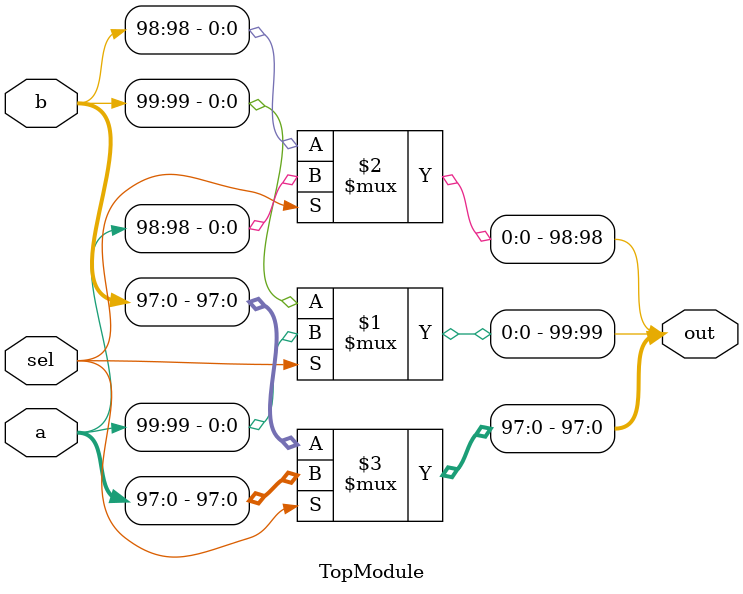
<source format=sv>

module TopModule (
  input [99:0] a,
  input [99:0] b,
  input sel,
  output [99:0] out
);

// Assignation of 'a' and 'b' values to 'out'
assign out[99] = sel ? a[99] : b[99];
assign out[98] = sel ? a[98] : b[98];
assign out[97:0] = sel ? a[97:0] : b[97:0];

endmodule

// VERILOG-EVAL: abnormal backticks count
// VERILOG-EVAL: errant inclusion of module definition

</source>
